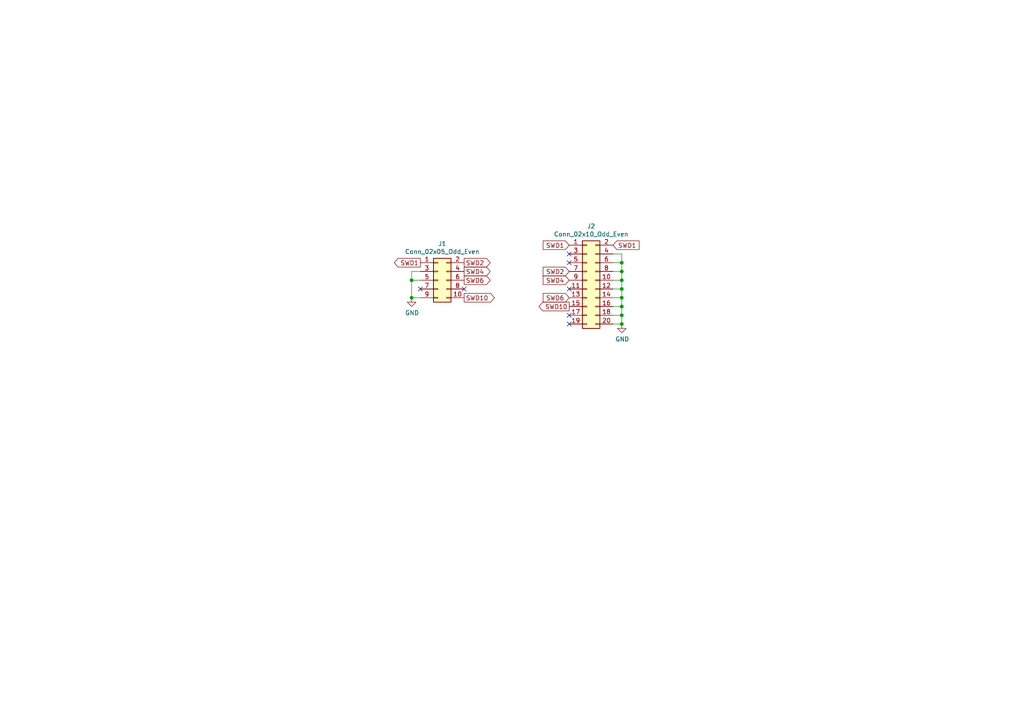
<source format=kicad_sch>
(kicad_sch (version 20211123) (generator eeschema)
  (paper "A4")
  (lib_symbols
    (symbol "Connector_Generic:Conn_02x05_Odd_Even" (pin_names (offset 1.016) hide)
      (property "Reference" "J" (at 1.27 7.62 0))
      (property "Value" "Conn_02x05_Odd_Even" (at 1.27 -7.62 0))
      (symbol "Conn_02x05_Odd_Even_1_1"
        (rectangle (start -1.27 -4.953) (end 0 -5.207) (stroke (width 0.1524)))
        (rectangle (start -1.27 -2.413) (end 0 -2.667) (stroke (width 0.1524)))
        (rectangle (start -1.27 0.127) (end 0 -0.127) (stroke (width 0.1524)))
        (rectangle (start -1.27 2.667) (end 0 2.413) (stroke (width 0.1524)))
        (rectangle (start -1.27 5.207) (end 0 4.953) (stroke (width 0.1524)))
        (rectangle (start -1.27 6.35) (end 3.81 -6.35) (stroke (width 0.254)) (fill (type background)))
        (rectangle (start 3.81 -4.953) (end 2.54 -5.207) (stroke (width 0.1524)))
        (rectangle (start 3.81 -2.413) (end 2.54 -2.667) (stroke (width 0.1524)))
        (rectangle (start 3.81 0.127) (end 2.54 -0.127) (stroke (width 0.1524)))
        (rectangle (start 3.81 2.667) (end 2.54 2.413) (stroke (width 0.1524)))
        (rectangle (start 3.81 5.207) (end 2.54 4.953) (stroke (width 0.1524)))
        (pin passive line (at -5.08 5.08 0) (length 3.81) (name "Pin_1") (number "1"))
        (pin passive line (at 7.62 -5.08 180) (length 3.81) (name "Pin_10") (number "10"))
        (pin passive line (at 7.62 5.08 180) (length 3.81) (name "Pin_2") (number "2"))
        (pin passive line (at -5.08 2.54 0) (length 3.81) (name "Pin_3") (number "3"))
        (pin passive line (at 7.62 2.54 180) (length 3.81) (name "Pin_4") (number "4"))
        (pin passive line (at -5.08 0 0) (length 3.81) (name "Pin_5") (number "5"))
        (pin passive line (at 7.62 0 180) (length 3.81) (name "Pin_6") (number "6"))
        (pin passive line (at -5.08 -2.54 0) (length 3.81) (name "Pin_7") (number "7"))
        (pin passive line (at 7.62 -2.54 180) (length 3.81) (name "Pin_8") (number "8"))
        (pin passive line (at -5.08 -5.08 0) (length 3.81) (name "Pin_9") (number "9"))
      )
    )
    (symbol "Connector_Generic:Conn_02x10_Odd_Even" (pin_names (offset 1.016) hide)
      (property "Reference" "J" (at 1.27 12.7 0))
      (property "Value" "Conn_02x10_Odd_Even" (at 1.27 -15.24 0))
      (symbol "Conn_02x10_Odd_Even_1_1"
        (rectangle (start -1.27 -12.573) (end 0 -12.827) (stroke (width 0.1524)))
        (rectangle (start -1.27 -10.033) (end 0 -10.287) (stroke (width 0.1524)))
        (rectangle (start -1.27 -7.493) (end 0 -7.747) (stroke (width 0.1524)))
        (rectangle (start -1.27 -4.953) (end 0 -5.207) (stroke (width 0.1524)))
        (rectangle (start -1.27 -2.413) (end 0 -2.667) (stroke (width 0.1524)))
        (rectangle (start -1.27 0.127) (end 0 -0.127) (stroke (width 0.1524)))
        (rectangle (start -1.27 2.667) (end 0 2.413) (stroke (width 0.1524)))
        (rectangle (start -1.27 5.207) (end 0 4.953) (stroke (width 0.1524)))
        (rectangle (start -1.27 7.747) (end 0 7.493) (stroke (width 0.1524)))
        (rectangle (start -1.27 10.287) (end 0 10.033) (stroke (width 0.1524)))
        (rectangle (start -1.27 11.43) (end 3.81 -13.97) (stroke (width 0.254)) (fill (type background)))
        (rectangle (start 3.81 -12.573) (end 2.54 -12.827) (stroke (width 0.1524)))
        (rectangle (start 3.81 -10.033) (end 2.54 -10.287) (stroke (width 0.1524)))
        (rectangle (start 3.81 -7.493) (end 2.54 -7.747) (stroke (width 0.1524)))
        (rectangle (start 3.81 -4.953) (end 2.54 -5.207) (stroke (width 0.1524)))
        (rectangle (start 3.81 -2.413) (end 2.54 -2.667) (stroke (width 0.1524)))
        (rectangle (start 3.81 0.127) (end 2.54 -0.127) (stroke (width 0.1524)))
        (rectangle (start 3.81 2.667) (end 2.54 2.413) (stroke (width 0.1524)))
        (rectangle (start 3.81 5.207) (end 2.54 4.953) (stroke (width 0.1524)))
        (rectangle (start 3.81 7.747) (end 2.54 7.493) (stroke (width 0.1524)))
        (rectangle (start 3.81 10.287) (end 2.54 10.033) (stroke (width 0.1524)))
        (pin passive line (at -5.08 10.16 0) (length 3.81) (name "Pin_1") (number "1"))
        (pin passive line (at 7.62 0 180) (length 3.81) (name "Pin_10") (number "10"))
        (pin passive line (at -5.08 -2.54 0) (length 3.81) (name "Pin_11") (number "11"))
        (pin passive line (at 7.62 -2.54 180) (length 3.81) (name "Pin_12") (number "12"))
        (pin passive line (at -5.08 -5.08 0) (length 3.81) (name "Pin_13") (number "13"))
        (pin passive line (at 7.62 -5.08 180) (length 3.81) (name "Pin_14") (number "14"))
        (pin passive line (at -5.08 -7.62 0) (length 3.81) (name "Pin_15") (number "15"))
        (pin passive line (at 7.62 -7.62 180) (length 3.81) (name "Pin_16") (number "16"))
        (pin passive line (at -5.08 -10.16 0) (length 3.81) (name "Pin_17") (number "17"))
        (pin passive line (at 7.62 -10.16 180) (length 3.81) (name "Pin_18") (number "18"))
        (pin passive line (at -5.08 -12.7 0) (length 3.81) (name "Pin_19") (number "19"))
        (pin passive line (at 7.62 10.16 180) (length 3.81) (name "Pin_2") (number "2"))
        (pin passive line (at 7.62 -12.7 180) (length 3.81) (name "Pin_20") (number "20"))
        (pin passive line (at -5.08 7.62 0) (length 3.81) (name "Pin_3") (number "3"))
        (pin passive line (at 7.62 7.62 180) (length 3.81) (name "Pin_4") (number "4"))
        (pin passive line (at -5.08 5.08 0) (length 3.81) (name "Pin_5") (number "5"))
        (pin passive line (at 7.62 5.08 180) (length 3.81) (name "Pin_6") (number "6"))
        (pin passive line (at -5.08 2.54 0) (length 3.81) (name "Pin_7") (number "7"))
        (pin passive line (at 7.62 2.54 180) (length 3.81) (name "Pin_8") (number "8"))
        (pin passive line (at -5.08 0 0) (length 3.81) (name "Pin_9") (number "9"))
      )
    )
    (symbol "power:GND" (power) (pin_names (offset 0))
      (property "Value" "GND" (at 0 -3.81 0))
      (symbol "GND_0_1"
        (polyline (pts (xy 0 0) (xy 0 -1.27) (xy 1.27 -1.27) (xy 0 -2.54) (xy -1.27 -1.27) (xy 0 -1.27)))
      )
      (symbol "GND_1_1"
        (pin power_in line (at 0 0 270) (length 0) hide (name "GND") (number "1"))
      )
    )
  )
  (junction (at 180.34 83.82))
  (junction (at 180.34 86.36))
  (junction (at 180.34 91.44))
  (junction (at 119.38 81.28))
  (junction (at 180.34 76.2))
  (junction (at 180.34 88.9))
  (junction (at 119.38 86.36))
  (junction (at 180.34 78.74))
  (junction (at 180.34 93.98))
  (junction (at 180.34 81.28))
  (no_connect (at 165.1 76.2))
  (no_connect (at 134.62 83.82))
  (no_connect (at 165.1 91.44))
  (no_connect (at 165.1 93.98))
  (no_connect (at 165.1 73.66))
  (no_connect (at 121.92 83.82))
  (no_connect (at 165.1 83.82))
  (wire (pts (xy 177.8 91.44) (xy 180.34 91.44)))
  (wire (pts (xy 180.34 91.44) (xy 180.34 93.98)))
  (wire (pts (xy 119.38 78.74) (xy 119.38 81.28)))
  (wire (pts (xy 180.34 86.36) (xy 180.34 88.9)))
  (wire (pts (xy 177.8 81.28) (xy 180.34 81.28)))
  (wire (pts (xy 180.34 93.98) (xy 177.8 93.98)))
  (wire (pts (xy 180.34 78.74) (xy 180.34 81.28)))
  (wire (pts (xy 180.34 73.66) (xy 180.34 76.2)))
  (wire (pts (xy 177.8 83.82) (xy 180.34 83.82)))
  (wire (pts (xy 180.34 83.82) (xy 180.34 86.36)))
  (wire (pts (xy 177.8 73.66) (xy 180.34 73.66)))
  (wire (pts (xy 177.8 78.74) (xy 180.34 78.74)))
  (wire (pts (xy 119.38 81.28) (xy 119.38 86.36)))
  (wire (pts (xy 119.38 78.74) (xy 121.92 78.74)))
  (wire (pts (xy 121.92 81.28) (xy 119.38 81.28)))
  (wire (pts (xy 180.34 76.2) (xy 180.34 78.74)))
  (wire (pts (xy 119.38 86.36) (xy 121.92 86.36)))
  (wire (pts (xy 177.8 86.36) (xy 180.34 86.36)))
  (wire (pts (xy 177.8 76.2) (xy 180.34 76.2)))
  (wire (pts (xy 180.34 81.28) (xy 180.34 83.82)))
  (wire (pts (xy 177.8 88.9) (xy 180.34 88.9)))
  (wire (pts (xy 180.34 88.9) (xy 180.34 91.44)))
  (global_label "SWD1" (shape input) (at 177.8 71.12 0) (property "Intersheet References" "${INTERSHEET_REFS}" (effects hide)))
  (global_label "SWD6" (shape input) (at 165.1 86.36 180) (property "Intersheet References" "${INTERSHEET_REFS}" (effects hide)))
  (global_label "SWD6" (shape output) (at 134.62 81.28 0) (property "Intersheet References" "${INTERSHEET_REFS}" (effects hide)))
  (global_label "SWD1" (shape input) (at 165.1 71.12 180) (property "Intersheet References" "${INTERSHEET_REFS}" (effects hide)))
  (global_label "SWD10" (shape output) (at 165.1 88.9 180) (property "Intersheet References" "${INTERSHEET_REFS}" (effects hide)))
  (global_label "SWD2" (shape output) (at 134.62 76.2 0) (property "Intersheet References" "${INTERSHEET_REFS}" (effects hide)))
  (global_label "SWD4" (shape output) (at 134.62 78.74 0) (property "Intersheet References" "${INTERSHEET_REFS}" (effects hide)))
  (global_label "SWD10" (shape output) (at 134.62 86.36 0) (property "Intersheet References" "${INTERSHEET_REFS}" (effects hide)))
  (global_label "SWD2" (shape input) (at 165.1 78.74 180) (property "Intersheet References" "${INTERSHEET_REFS}" (effects hide)))
  (global_label "SWD1" (shape output) (at 121.92 76.2 180) (property "Intersheet References" "${INTERSHEET_REFS}" (effects hide)))
  (global_label "SWD4" (shape input) (at 165.1 81.28 180) (property "Intersheet References" "${INTERSHEET_REFS}" (effects hide)))
  (symbol (lib_id "Connector_Generic:Conn_02x10_Odd_Even") (at 170.18 81.28 0) (unit 1)
    (property "Reference" "J2" (at 171.45 65.6082 0))
    (property "Value" "Conn_02x10_Odd_Even" (at 171.45 67.9196 0))
    (property "Footprint" "Connector_PinHeader_2.54mm:PinHeader_2x10_P2.54mm_Horizontal" (effects hide))
    (property "MPN" "PBC10DBAN" (effects hide))
  )
  (symbol (lib_id "power:GND") (at 180.34 93.98 0) (unit 1)
    (property "Reference" "#PWR0102" (effects hide))
    (property "Value" "GND" (at 180.467 98.3742 0))
  )
  (symbol (lib_id "Connector_Generic:Conn_02x05_Odd_Even") (at 127 81.28 0) (unit 1)
    (property "Reference" "J1" (at 128.27 70.6882 0))
    (property "Value" "Conn_02x05_Odd_Even" (at 128.27 72.9996 0))
    (property "Footprint" "Connector_PinSocket_2.54mm:PinSocket_2x05_P2.54mm_Horizontal" (effects hide))
    (property "MPN" "PPTC052LJBN-RC" (effects hide))
  )
  (symbol (lib_id "power:GND") (at 119.38 86.36 0) (unit 1)
    (property "Reference" "#PWR0101" (effects hide))
    (property "Value" "GND" (at 119.507 90.7542 0))
  )
)
</source>
